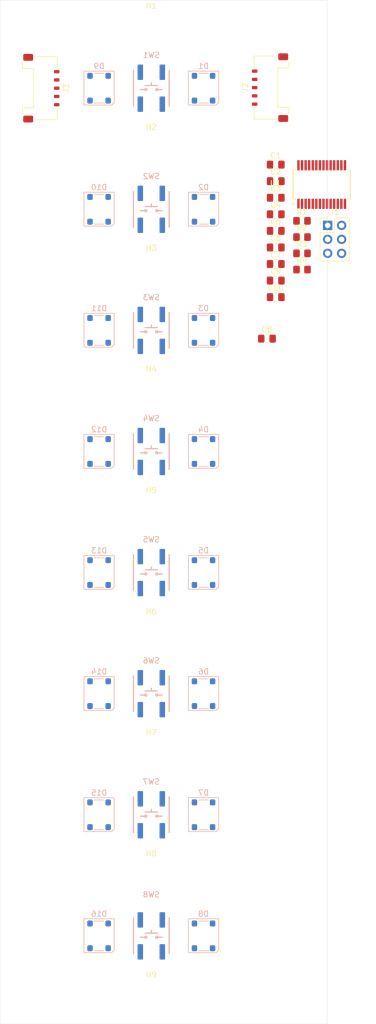
<source format=kicad_pcb>
(kicad_pcb (version 20241229) (generator "pcbnew") (generator_version "9.0")
  (layers (0 "F.Cu" signal) (2 "B.Cu" signal) (13 "F.Paste" user) (15 "B.Paste" user) (5 "F.SilkS" user "F.Silkscreen") (7 "B.SilkS" user "B.Silkscreen") (1 "F.Mask" user) (3 "B.Mask" user) (25 "Edge.Cuts" user))
  (net 0 "")
  (net 1 "GND")
  (net 2 "+5V")
  (net 3 "Net-(D14-DIN)")
  (net 4 "VDD")
  (net 6 "Net-(D1-DIN)")
  (net 7 "Net-(D2-DIN)")
  (net 8 "Net-(D3-DIN)")
  (net 9 "Net-(D4-DIN)")
  (net 10 "Net-(D5-DIN)")
  (net 11 "Net-(D6-DIN)")
  (net 12 "Net-(D10-DOUT)")
  (net 13 "Net-(D10-DIN)")
  (net 14 "Net-(D11-DIN)")
  (net 15 "Net-(D12-DIN)")
  (net 16 "Net-(D13-DIN)")
  (net 17 "Net-(J1-Pin_5)")
  (net 18 "Net-(J1-Pin_4)")
  (net 19 "Net-(J1-Pin_1)")
  (net 21 "Net-(J2-Pin_4)")
  (net 22 "Net-(J2-Pin_3)")
  (net 23 "Net-(U1-CCP1{slash}RC2)")
  (net 24 "Net-(U1-RB0)")
  (net 25 "Net-(U1-RB1)")
  (net 26 "Net-(U1-RA5)")
  (net 27 "Net-(U1-RA0)")
  (net 30 "Net-(U1-RA6)")
  (net 33 "Net-(U1-RA2{slash}Vref-)")
  (net 34 "Net-(U1-RA1)")
  (net 37 "Net-(U1-RA3{slash}Vref+)")
  (net 39 "Net-(U1-RA4)")
  (net 42 "Net-(D16-DIN)")
  (net 43 "Net-(D7-DIN)")
  (net 45 "Net-(D15-DIN)")
  (net 46 "Net-(U1-RA7)")
  (footprint "Connector_PinHeader_2.54mm:PinHeader_2x03_P2.54mm_Vertical" (layer "F.Cu") (at 132.085 54.92)
    (property "Reference" "J1" (at 1.27 -2.38 0) (layer "F.SilkS"))
    (property "Value" "Conn_01x05_Socket")
    (pad "1" thru_hole rect (at 0 0) (size 1.7 1.7) (drill 1) (layers "*.Cu" "*.Mask") (net 19 "Net-(J1-Pin_1)"))
    (pad "2" thru_hole circle (at 2.54 0) (size 1.7 1.7) (drill 1) (layers "*.Cu" "*.Mask") (net 4 "VDD"))
    (pad "3" thru_hole circle (at 0 2.54) (size 1.7 1.7) (drill 1) (layers "*.Cu" "*.Mask") (net 1 "GND"))
    (pad "4" thru_hole circle (at 2.54 2.54) (size 1.7 1.7) (drill 1) (layers "*.Cu" "*.Mask") (net 18 "Net-(J1-Pin_4)"))
    (pad "5" thru_hole circle (at 0 5.08) (size 1.7 1.7) (drill 1) (layers "*.Cu" "*.Mask") (net 17 "Net-(J1-Pin_5)"))
    (pad "6" thru_hole circle (at 2.54 5.08) (size 1.7 1.7) (drill 1) (layers "*.Cu" "*.Mask"))
  )
  (footprint "Capacitor_SMD:C_0805_2012Metric_Pad1.18x1.45mm_HandSolder" (layer "F.Cu") (at 121.0375 75.5)
    (property "Reference" "C8" (at 0 -1.68 0) (layer "F.SilkS"))
    (property "Value" "100nF")
    (pad "1" smd roundrect (at -1.0375 0) (size 1.175 1.45) (layers "F.Cu" "F.Mask" "F.Paste") (roundrect_rratio 0.212766) (net 2 "+5V"))
    (pad "2" smd roundrect (at 1.0375 0) (size 1.175 1.45) (layers "F.Cu" "F.Mask" "F.Paste") (roundrect_rratio 0.212766) (net 1 "GND"))
  )
  (footprint "Connector_Molex:Molex_Pico-Lock_504050-0591_1x05-1MP_P1.50mm_Horizontal" (layer "F.Cu") (at 121.605 29.895 90)
    (property "Reference" "J2" (at 0 -4.5 90) (layer "F.SilkS"))
    (property "Value" "Conn_01x05_Socket")
    (pad "1" smd roundrect (at -3 -2.795 90) (size 0.6 1) (layers "F.Cu" "F.Mask" "F.Paste") (net 2 "+5V"))
    (pad "2" smd roundrect (at -1.5 -2.795 90) (size 0.6 1) (layers "F.Cu" "F.Mask" "F.Paste") (net 4 "VDD"))
    (pad "3" smd roundrect (at 0 -2.795 90) (size 0.6 1) (layers "F.Cu" "F.Mask" "F.Paste") (net 22 "Net-(J2-Pin_3)"))
    (pad "4" smd roundrect (at 1.5 -2.795 90) (size 0.6 1) (layers "F.Cu" "F.Mask" "F.Paste") (net 21 "Net-(J2-Pin_4)"))
    (pad "5" smd roundrect (at 3 -2.795 90) (size 0.6 1) (layers "F.Cu" "F.Mask" "F.Paste") (net 1 "GND"))
    (pad "MP" smd roundrect (at -5.605 2.395 90) (size 1.25 1.8) (layers "F.Cu" "F.Mask" "F.Paste") (roundrect_rratio 0.2))
    (pad "MP" smd roundrect (at 5.605 2.395 90) (size 1.25 1.8) (layers "F.Cu" "F.Mask" "F.Paste") (roundrect_rratio 0.2))
  )
  (footprint "MountingHole:MountingHole_3mm" (layer "F.Cu") (at 100 173)
    (property "Reference" "H8" (at 0 -3.95 0) (layer "F.SilkS"))
    (property "Value" "MountingHole")
    (pad "" np_thru_hole circle (at 0 0) (size 3 3) (drill 3) (layers "*.Cu" "*.Mask"))
  )
  (footprint "Resistor_SMD:R_0805_2012Metric_Pad1.20x1.40mm_HandSolder" (layer "F.Cu") (at 127.415 60)
    (property "Reference" "R3" (at 0 -1.65 0) (layer "F.SilkS"))
    (property "Value" "0R")
    (pad "1" smd roundrect (at -1 0) (size 1.2 1.4) (layers "F.Cu" "F.Mask" "F.Paste") (roundrect_rratio 0.208333) (net 1 "GND"))
    (pad "2" smd roundrect (at 1 0) (size 1.2 1.4) (layers "F.Cu" "F.Mask" "F.Paste") (roundrect_rratio 0.208333) (net 24 "Net-(U1-RB0)"))
  )
  (footprint "Capacitor_SMD:C_0805_2012Metric_Pad1.18x1.45mm_HandSolder" (layer "F.Cu") (at 122.635 46.89)
    (property "Reference" "C2" (at 0 -1.68 0) (layer "F.SilkS"))
    (property "Value" "100nF")
    (pad "1" smd roundrect (at -1.0375 0) (size 1.175 1.45) (layers "F.Cu" "F.Mask" "F.Paste") (roundrect_rratio 0.212766) (net 2 "+5V"))
    (pad "2" smd roundrect (at 1.0375 0) (size 1.175 1.45) (layers "F.Cu" "F.Mask" "F.Paste") (roundrect_rratio 0.212766) (net 1 "GND"))
  )
  (footprint "Resistor_SMD:R_0805_2012Metric_Pad1.20x1.40mm_HandSolder" (layer "F.Cu") (at 127.415 62.95)
    (property "Reference" "R4" (at 0 -1.65 0) (layer "F.SilkS"))
    (property "Value" "0R")
    (pad "1" smd roundrect (at -1 0) (size 1.2 1.4) (layers "F.Cu" "F.Mask" "F.Paste") (roundrect_rratio 0.208333) (net 25 "Net-(U1-RB1)"))
    (pad "2" smd roundrect (at 1 0) (size 1.2 1.4) (layers "F.Cu" "F.Mask" "F.Paste") (roundrect_rratio 0.208333) (net 1 "GND"))
  )
  (footprint "Capacitor_SMD:C_0805_2012Metric_Pad1.18x1.45mm_HandSolder" (layer "F.Cu") (at 122.635 61.94)
    (property "Reference" "C7" (at 0 -1.68 0) (layer "F.SilkS"))
    (property "Value" "100nF")
    (pad "1" smd roundrect (at -1.0375 0) (size 1.175 1.45) (layers "F.Cu" "F.Mask" "F.Paste") (roundrect_rratio 0.212766) (net 2 "+5V"))
    (pad "2" smd roundrect (at 1.0375 0) (size 1.175 1.45) (layers "F.Cu" "F.Mask" "F.Paste") (roundrect_rratio 0.212766) (net 1 "GND"))
  )
  (footprint "Capacitor_SMD:C_0805_2012Metric_Pad1.18x1.45mm_HandSolder" (layer "F.Cu") (at 122.635 52.91)
    (property "Reference" "C4" (at 0 -1.68 0) (layer "F.SilkS"))
    (property "Value" "100nF")
    (pad "1" smd roundrect (at -1.0375 0) (size 1.175 1.45) (layers "F.Cu" "F.Mask" "F.Paste") (roundrect_rratio 0.212766) (net 2 "+5V"))
    (pad "2" smd roundrect (at 1.0375 0) (size 1.175 1.45) (layers "F.Cu" "F.Mask" "F.Paste") (roundrect_rratio 0.212766) (net 1 "GND"))
  )
  (footprint "Capacitor_SMD:C_0805_2012Metric_Pad1.18x1.45mm_HandSolder" (layer "F.Cu") (at 122.635 49.9)
    (property "Reference" "C3" (at 0 -1.68 0) (layer "F.SilkS"))
    (property "Value" "100nF")
    (pad "1" smd roundrect (at -1.0375 0) (size 1.175 1.45) (layers "F.Cu" "F.Mask" "F.Paste") (roundrect_rratio 0.212766) (net 2 "+5V"))
    (pad "2" smd roundrect (at 1.0375 0) (size 1.175 1.45) (layers "F.Cu" "F.Mask" "F.Paste") (roundrect_rratio 0.212766) (net 1 "GND"))
  )
  (footprint "MountingHole:MountingHole_3mm" (layer "F.Cu") (at 100 129)
    (property "Reference" "H6" (at 0 -3.95 0) (layer "F.SilkS"))
    (property "Value" "MountingHole")
    (pad "" np_thru_hole circle (at 0 0) (size 3 3) (drill 3) (layers "*.Cu" "*.Mask"))
  )
  (footprint "Resistor_SMD:R_0805_2012Metric_Pad1.20x1.40mm_HandSolder" (layer "F.Cu") (at 127.415 57.05)
    (property "Reference" "R2" (at 0 -1.65 0) (layer "F.SilkS"))
    (property "Value" "10k")
    (pad "1" smd roundrect (at -1 0) (size 1.2 1.4) (layers "F.Cu" "F.Mask" "F.Paste") (roundrect_rratio 0.208333) (net 4 "VDD"))
    (pad "2" smd roundrect (at 1 0) (size 1.2 1.4) (layers "F.Cu" "F.Mask" "F.Paste") (roundrect_rratio 0.208333) (net 19 "Net-(J1-Pin_1)"))
  )
  (footprint "MountingHole:MountingHole_3mm" (layer "F.Cu") (at 100 107)
    (property "Reference" "H5" (at 0 -3.95 0) (layer "F.SilkS"))
    (property "Value" "MountingHole")
    (pad "" np_thru_hole circle (at 0 0) (size 3 3) (drill 3) (layers "*.Cu" "*.Mask"))
  )
  (footprint "Capacitor_SMD:C_0805_2012Metric_Pad1.18x1.45mm_HandSolder" (layer "F.Cu") (at 122.635 58.93)
    (property "Reference" "C6" (at 0 -1.68 0) (layer "F.SilkS"))
    (property "Value" "100nF")
    (pad "1" smd roundrect (at -1.0375 0) (size 1.175 1.45) (layers "F.Cu" "F.Mask" "F.Paste") (roundrect_rratio 0.212766) (net 2 "+5V"))
    (pad "2" smd roundrect (at 1.0375 0) (size 1.175 1.45) (layers "F.Cu" "F.Mask" "F.Paste") (roundrect_rratio 0.212766) (net 1 "GND"))
  )
  (footprint "MountingHole:MountingHole_3mm" (layer "F.Cu") (at 100 41)
    (property "Reference" "H2" (at 0 -3.95 0) (layer "F.SilkS"))
    (property "Value" "MountingHole")
    (pad "" np_thru_hole circle (at 0 0) (size 3 3) (drill 3) (layers "*.Cu" "*.Mask"))
  )
  (footprint "MountingHole:MountingHole_3mm" (layer "F.Cu") (at 100 85)
    (property "Reference" "H4" (at 0 -3.95 0) (layer "F.SilkS"))
    (property "Value" "MountingHole")
    (pad "" np_thru_hole circle (at 0 0) (size 3 3) (drill 3) (layers "*.Cu" "*.Mask"))
  )
  (footprint "Connector_Molex:Molex_Pico-Lock_504050-0591_1x05-1MP_P1.50mm_Horizontal" (layer "F.Cu") (at 80 30 -90)
    (property "Reference" "J3" (at 0 -4.5 90) (layer "F.SilkS"))
    (property "Value" "Conn_01x05_Socket")
    (pad "1" smd roundrect (at -3 -2.795 270) (size 0.6 1) (layers "F.Cu" "F.Mask" "F.Paste") (net 2 "+5V"))
    (pad "2" smd roundrect (at -1.5 -2.795 270) (size 0.6 1) (layers "F.Cu" "F.Mask" "F.Paste") (net 4 "VDD"))
    (pad "3" smd roundrect (at 0 -2.795 270) (size 0.6 1) (layers "F.Cu" "F.Mask" "F.Paste") (net 22 "Net-(J2-Pin_3)"))
    (pad "4" smd roundrect (at 1.5 -2.795 270) (size 0.6 1) (layers "F.Cu" "F.Mask" "F.Paste") (net 21 "Net-(J2-Pin_4)"))
    (pad "5" smd roundrect (at 3 -2.795 270) (size 0.6 1) (layers "F.Cu" "F.Mask" "F.Paste") (net 1 "GND"))
    (pad "MP" smd roundrect (at -5.605 2.395 270) (size 1.25 1.8) (layers "F.Cu" "F.Mask" "F.Paste") (roundrect_rratio 0.2))
    (pad "MP" smd roundrect (at 5.605 2.395 270) (size 1.25 1.8) (layers "F.Cu" "F.Mask" "F.Paste") (roundrect_rratio 0.2))
  )
  (footprint "Capacitor_SMD:C_0805_2012Metric_Pad1.18x1.45mm_HandSolder" (layer "F.Cu") (at 122.635 64.95)
    (property "Reference" "C9" (at 0 -1.68 0) (layer "F.SilkS"))
    (property "Value" "100nF")
    (pad "1" smd roundrect (at -1.0375 0) (size 1.175 1.45) (layers "F.Cu" "F.Mask" "F.Paste") (roundrect_rratio 0.212766) (net 1 "GND"))
    (pad "2" smd roundrect (at 1.0375 0) (size 1.175 1.45) (layers "F.Cu" "F.Mask" "F.Paste") (roundrect_rratio 0.212766) (net 42 "Net-(D16-DIN)"))
  )
  (footprint "panel-library:SSOP-5.3mm" (layer "F.Cu") (at 131 47.5)
    (property "Reference" "U1" (at -8.4 -0.2 0) (layer "F.SilkS") (effects (font (thickness 0.16))))
    (property "Value" "PIC18F26Q84-I/SS")
    (pad "1" smd roundrect (at -4.225 3.5) (size 0.45 1.85) (layers "F.Cu" "F.Mask" "F.Paste") (roundrect_rratio 0.15) (net 19 "Net-(J1-Pin_1)"))
    (pad "2" smd roundrect (at -3.575 3.5) (size 0.45 1.85) (layers "F.Cu" "F.Mask" "F.Paste") (roundrect_rratio 0.15) (net 27 "Net-(U1-RA0)"))
    (pad "3" smd roundrect (at -2.925 3.5) (size 0.45 1.85) (layers "F.Cu" "F.Mask" "F.Paste") (roundrect_rratio 0.15) (net 34 "Net-(U1-RA1)"))
    (pad "4" smd roundrect (at -2.275 3.5) (size 0.45 1.85) (layers "F.Cu" "F.Mask" "F.Paste") (roundrect_rratio 0.15) (net 33 "Net-(U1-RA2{slash}Vref-)"))
    (pad "5" smd roundrect (at -1.625 3.5) (size 0.45 1.85) (layers "F.Cu" "F.Mask" "F.Paste") (roundrect_rratio 0.15) (net 37 "Net-(U1-RA3{slash}Vref+)"))
    (pad "6" smd roundrect (at -0.975 3.5) (size 0.45 1.85) (layers "F.Cu" "F.Mask" "F.Paste") (roundrect_rratio 0.15) (net 39 "Net-(U1-RA4)"))
    (pad "7" smd roundrect (at -0.325 3.5) (size 0.45 1.85) (layers "F.Cu" "F.Mask" "F.Paste") (roundrect_rratio 0.15) (net 26 "Net-(U1-RA5)"))
    (pad "8" smd roundrect (at 0.325 3.5) (size 0.45 1.85) (layers "F.Cu" "F.Mask" "F.Paste") (roundrect_rratio 0.15) (net 1 "GND"))
    (pad "9" smd roundrect (at 0.975 3.5) (size 0.45 1.85) (layers "F.Cu" "F.Mask" "F.Paste") (roundrect_rratio 0.15) (net 46 "Net-(U1-RA7)"))
    (pad "10" smd roundrect (at 1.625 3.5) (size 0.45 1.85) (layers "F.Cu" "F.Mask" "F.Paste") (roundrect_rratio 0.15) (net 30 "Net-(U1-RA6)"))
    (pad "11" smd roundrect (at 2.275 3.5) (size 0.45 1.85) (layers "F.Cu" "F.Mask" "F.Paste") (roundrect_rratio 0.15))
    (pad "12" smd roundrect (at 2.925 3.5) (size 0.45 1.85) (layers "F.Cu" "F.Mask" "F.Paste") (roundrect_rratio 0.15))
    (pad "13" smd roundrect (at 3.575 3.5) (size 0.45 1.85) (layers "F.Cu" "F.Mask" "F.Paste") (roundrect_rratio 0.15) (net 23 "Net-(U1-CCP1{slash}RC2)"))
    (pad "14" smd roundrect (at 4.225 3.5) (size 0.45 1.85) (layers "F.Cu" "F.Mask" "F.Paste") (roundrect_rratio 0.15) (net 22 "Net-(J2-Pin_3)"))
    (pad "15" smd roundrect (at 4.225 -3.5) (size 0.45 1.85) (layers "F.Cu" "F.Mask" "F.Paste") (roundrect_rratio 0.15) (net 21 "Net-(J2-Pin_4)"))
    (pad "16" smd roundrect (at 3.575 -3.5) (size 0.45 1.85) (layers "F.Cu" "F.Mask" "F.Paste") (roundrect_rratio 0.15))
    (pad "17" smd roundrect (at 2.925 -3.5) (size 0.45 1.85) (layers "F.Cu" "F.Mask" "F.Paste") (roundrect_rratio 0.15))
    (pad "18" smd roundrect (at 2.275 -3.5) (size 0.45 1.85) (layers "F.Cu" "F.Mask" "F.Paste") (roundrect_rratio 0.15))
    (pad "19" smd roundrect (at 1.625 -3.5) (size 0.45 1.85) (layers "F.Cu" "F.Mask" "F.Paste") (roundrect_rratio 0.15) (net 1 "GND"))
    (pad "20" smd roundrect (at 0.975 -3.5) (size 0.45 1.85) (layers "F.Cu" "F.Mask" "F.Paste") (roundrect_rratio 0.15) (net 4 "VDD"))
    (pad "21" smd roundrect (at 0.325 -3.5) (size 0.45 1.85) (layers "F.Cu" "F.Mask" "F.Paste") (roundrect_rratio 0.15) (net 24 "Net-(U1-RB0)"))
    (pad "22" smd roundrect (at -0.325 -3.5) (size 0.45 1.85) (layers "F.Cu" "F.Mask" "F.Paste") (roundrect_rratio 0.15) (net 25 "Net-(U1-RB1)"))
    (pad "23" smd roundrect (at -0.975 -3.5) (size 0.45 1.85) (layers "F.Cu" "F.Mask" "F.Paste") (roundrect_rratio 0.15))
    (pad "24" smd roundrect (at -1.625 -3.5) (size 0.45 1.85) (layers "F.Cu" "F.Mask" "F.Paste") (roundrect_rratio 0.15))
    (pad "25" smd roundrect (at -2.275 -3.5) (size 0.45 1.85) (layers "F.Cu" "F.Mask" "F.Paste") (roundrect_rratio 0.15))
    (pad "26" smd roundrect (at -2.925 -3.5) (size 0.45 1.85) (layers "F.Cu" "F.Mask" "F.Paste") (roundrect_rratio 0.15))
    (pad "27" smd roundrect (at -3.575 -3.5) (size 0.45 1.85) (layers "F.Cu" "F.Mask" "F.Paste") (roundrect_rratio 0.15) (net 17 "Net-(J1-Pin_5)"))
    (pad "28" smd roundrect (at -4.225 -3.5) (size 0.45 1.85) (layers "F.Cu" "F.Mask" "F.Paste") (roundrect_rratio 0.15) (net 18 "Net-(J1-Pin_4)"))
  )
  (footprint "MountingHole:MountingHole_3mm" (layer "F.Cu") (at 100 19)
    (property "Reference" "H1" (at 0 -3.95 0) (layer "F.SilkS"))
    (property "Value" "MountingHole")
    (pad "" np_thru_hole circle (at 0 0) (size 3 3) (drill 3) (layers "*.Cu" "*.Mask"))
  )
  (footprint "Capacitor_SMD:C_0805_2012Metric_Pad1.18x1.45mm_HandSolder" (layer "F.Cu") (at 122.635 67.96)
    (property "Reference" "C10" (at 0 -1.68 0) (layer "F.SilkS"))
    (property "Value" "100nF")
    (pad "1" smd roundrect (at -1.0375 0) (size 1.175 1.45) (layers "F.Cu" "F.Mask" "F.Paste") (roundrect_rratio 0.212766) (net 4 "VDD"))
    (pad "2" smd roundrect (at 1.0375 0) (size 1.175 1.45) (layers "F.Cu" "F.Mask" "F.Paste") (roundrect_rratio 0.212766) (net 1 "GND"))
  )
  (footprint "Capacitor_SMD:C_0805_2012Metric_Pad1.18x1.45mm_HandSolder" (layer "F.Cu") (at 122.635 55.92)
    (property "Reference" "C5" (at 0 -1.68 0) (layer "F.SilkS"))
    (property "Value" "100nF")
    (pad "1" smd roundrect (at -1.0375 0) (size 1.175 1.45) (layers "F.Cu" "F.Mask" "F.Paste") (roundrect_rratio 0.212766) (net 2 "+5V"))
    (pad "2" smd roundrect (at 1.0375 0) (size 1.175 1.45) (layers "F.Cu" "F.Mask" "F.Paste") (roundrect_rratio 0.212766) (net 1 "GND"))
  )
  (footprint "MountingHole:MountingHole_3mm" (layer "F.Cu") (at 100 151)
    (property "Reference" "H7" (at 0 -3.95 0) (layer "F.SilkS"))
    (property "Value" "MountingHole")
    (pad "" np_thru_hole circle (at 0 0) (size 3 3) (drill 3) (layers "*.Cu" "*.Mask"))
  )
  (footprint "Resistor_SMD:R_0805_2012Metric_Pad1.20x1.40mm_HandSolder" (layer "F.Cu") (at 127.415 54.1)
    (property "Reference" "R1" (at 0 -1.65 0) (layer "F.SilkS"))
    (property "Value" "33r")
    (pad "1" smd roundrect (at -1 0) (size 1.2 1.4) (layers "F.Cu" "F.Mask" "F.Paste") (roundrect_rratio 0.208333) (net 42 "Net-(D16-DIN)"))
    (pad "2" smd roundrect (at 1 0) (size 1.2 1.4) (layers "F.Cu" "F.Mask" "F.Paste") (roundrect_rratio 0.208333) (net 23 "Net-(U1-CCP1{slash}RC2)"))
  )
  (footprint "MountingHole:MountingHole_3mm" (layer "F.Cu") (at 100 63)
    (property "Reference" "H3" (at 0 -3.95 0) (layer "F.SilkS"))
    (property "Value" "MountingHole")
    (pad "" np_thru_hole circle (at 0 0) (size 3 3) (drill 3) (layers "*.Cu" "*.Mask"))
  )
  (footprint "Capacitor_SMD:C_0805_2012Metric_Pad1.18x1.45mm_HandSolder" (layer "F.Cu") (at 122.635 43.88)
    (property "Reference" "C1" (at 0 -1.68 0) (layer "F.SilkS"))
    (property "Value" "100nF")
    (pad "1" smd roundrect (at -1.0375 0) (size 1.175 1.45) (layers "F.Cu" "F.Mask" "F.Paste") (roundrect_rratio 0.212766) (net 2 "+5V"))
    (pad "2" smd roundrect (at 1.0375 0) (size 1.175 1.45) (layers "F.Cu" "F.Mask" "F.Paste") (roundrect_rratio 0.212766) (net 1 "GND"))
  )
  (footprint "MountingHole:MountingHole_3mm" (layer "F.Cu") (at 100 195)
    (property "Reference" "H9" (at 0 -3.95 0) (layer "F.SilkS"))
    (property "Value" "MountingHole")
    (pad "" np_thru_hole circle (at 0 0) (size 3 3) (drill 3) (layers "*.Cu" "*.Mask"))
  )
  (footprint "panel-library:ButtonSMT_CnK_KSC2_J" (layer "B.Cu") (at 100 30 90)
    (property "Reference" "SW1" (at 6 0 0) (layer "B.SilkS") (effects (font (thickness 0.16)) (justify mirror)))
    (property "Value" "SW_Push" (hide yes))
    (pad "1" smd roundrect (at -2.9 2 90) (size 2.8 1) (layers "B.Cu" "B.Mask" "B.Paste") (roundrect_rratio 0.15) (net 1 "GND"))
    (pad "2" smd roundrect (at -2.9 -2 90) (size 2.8 1) (layers "B.Cu" "B.Mask" "B.Paste") (roundrect_rratio 0.15) (net 46 "Net-(U1-RA7)"))
    (pad "3" smd roundrect (at 2.9 2 90) (size 2.8 1) (layers "B.Cu" "B.Mask" "B.Paste") (roundrect_rratio 0.15) (net 1 "GND"))
    (pad "4" smd roundrect (at 2.9 -2 90) (size 2.8 1) (layers "B.Cu" "B.Mask" "B.Paste") (roundrect_rratio 0.15) (net 46 "Net-(U1-RA7)"))
  )
  (footprint "LED_SMD:LED_LiteOn_LTST-E563C_PLCC4_5.0x5.0mm_P3.2mm" (layer "B.Cu") (at 109.5 118 90)
    (property "Reference" "D5" (at 4 0 0) (layer "B.SilkS") (effects (justify mirror)))
    (property "Value" "LiteOn_LTST-E563C")
    (pad "1" smd roundrect (at -2.25 1.65 90) (size 1.1 1) (layers "B.Cu" "B.Mask" "B.Paste") (net 1 "GND"))
    (pad "2" smd roundrect (at -2.25 -1.65 90) (size 1.1 1) (layers "B.Cu" "B.Mask" "B.Paste") (net 10 "Net-(D5-DIN)"))
    (pad "3" smd roundrect (at 2.25 1.65 90) (size 1.1 1) (layers "B.Cu" "B.Mask" "B.Paste") (net 9 "Net-(D4-DIN)"))
    (pad "4" smd roundrect (at 2.25 -1.65 90) (size 1.1 1) (layers "B.Cu" "B.Mask" "B.Paste") (net 2 "+5V"))
  )
  (footprint "LED_SMD:LED_LiteOn_LTST-E563C_PLCC4_5.0x5.0mm_P3.2mm" (layer "B.Cu") (at 109.5 184 90)
    (property "Reference" "D8" (at 4 0 0) (layer "B.SilkS") (effects (justify mirror)))
    (property "Value" "LiteOn_LTST-E563C")
    (pad "1" smd roundrect (at -2.25 1.65 90) (size 1.1 1) (layers "B.Cu" "B.Mask" "B.Paste") (net 1 "GND"))
    (pad "2" smd roundrect (at -2.25 -1.65 90) (size 1.1 1) (layers "B.Cu" "B.Mask" "B.Paste") (net 42 "Net-(D16-DIN)"))
    (pad "3" smd roundrect (at 2.25 1.65 90) (size 1.1 1) (layers "B.Cu" "B.Mask" "B.Paste") (net 43 "Net-(D7-DIN)"))
    (pad "4" smd roundrect (at 2.25 -1.65 90) (size 1.1 1) (layers "B.Cu" "B.Mask" "B.Paste") (net 2 "+5V"))
  )
  (footprint "LED_SMD:LED_LiteOn_LTST-E563C_PLCC4_5.0x5.0mm_P3.2mm" (layer "B.Cu") (at 90.5 162 90)
    (property "Reference" "D15" (at 4 0 0) (layer "B.SilkS") (effects (justify mirror)))
    (property "Value" "LiteOn_LTST-E563C")
    (pad "1" smd roundrect (at -2.25 1.65 90) (size 1.1 1) (layers "B.Cu" "B.Mask" "B.Paste") (net 1 "GND"))
    (pad "2" smd roundrect (at -2.25 -1.65 90) (size 1.1 1) (layers "B.Cu" "B.Mask" "B.Paste") (net 45 "Net-(D15-DIN)"))
    (pad "3" smd roundrect (at 2.25 1.65 90) (size 1.1 1) (layers "B.Cu" "B.Mask" "B.Paste") (net 3 "Net-(D14-DIN)"))
    (pad "4" smd roundrect (at 2.25 -1.65 90) (size 1.1 1) (layers "B.Cu" "B.Mask" "B.Paste") (net 2 "+5V"))
  )
  (footprint "LED_SMD:LED_LiteOn_LTST-E563C_PLCC4_5.0x5.0mm_P3.2mm" (layer "B.Cu") (at 109.5 74 90)
    (property "Reference" "D3" (at 4 0 0) (layer "B.SilkS") (effects (justify mirror)))
    (property "Value" "LiteOn_LTST-E563C")
    (pad "1" smd roundrect (at -2.25 1.65 90) (size 1.1 1) (layers "B.Cu" "B.Mask" "B.Paste") (net 1 "GND"))
    (pad "2" smd roundrect (at -2.25 -1.65 90) (size 1.1 1) (layers "B.Cu" "B.Mask" "B.Paste") (net 8 "Net-(D3-DIN)"))
    (pad "3" smd roundrect (at 2.25 1.65 90) (size 1.1 1) (layers "B.Cu" "B.Mask" "B.Paste") (net 7 "Net-(D2-DIN)"))
    (pad "4" smd roundrect (at 2.25 -1.65 90) (size 1.1 1) (layers "B.Cu" "B.Mask" "B.Paste") (net 2 "+5V"))
  )
  (footprint "LED_SMD:LED_LiteOn_LTST-E563C_PLCC4_5.0x5.0mm_P3.2mm" (layer "B.Cu") (at 90.5 118 90)
    (property "Reference" "D13" (at 4 0 0) (layer "B.SilkS") (effects (justify mirror)))
    (property "Value" "LiteOn_LTST-E563C")
    (pad "1" smd roundrect (at -2.25 1.65 90) (size 1.1 1) (layers "B.Cu" "B.Mask" "B.Paste") (net 1 "GND"))
    (pad "2" smd roundrect (at -2.25 -1.65 90) (size 1.1 1) (layers "B.Cu" "B.Mask" "B.Paste") (net 16 "Net-(D13-DIN)"))
    (pad "3" smd roundrect (at 2.25 1.65 90) (size 1.1 1) (layers "B.Cu" "B.Mask" "B.Paste") (net 15 "Net-(D12-DIN)"))
    (pad "4" smd roundrect (at 2.25 -1.65 90) (size 1.1 1) (layers "B.Cu" "B.Mask" "B.Paste") (net 2 "+5V"))
  )
  (footprint "panel-library:ButtonSMT_CnK_KSC2_J" (layer "B.Cu") (at 100 140 90)
    (property "Reference" "SW6" (at 6 0 0) (layer "B.SilkS") (effects (font (thickness 0.16)) (justify mirror)))
    (property "Value" "SW_Push" (hide yes))
    (pad "1" smd roundrect (at -2.9 2 90) (size 2.8 1) (layers "B.Cu" "B.Mask" "B.Paste") (roundrect_rratio 0.15) (net 1 "GND"))
    (pad "2" smd roundrect (at -2.9 -2 90) (size 2.8 1) (layers "B.Cu" "B.Mask" "B.Paste") (roundrect_rratio 0.15) (net 33 "Net-(U1-RA2{slash}Vref-)"))
    (pad "3" smd roundrect (at 2.9 2 90) (size 2.8 1) (layers "B.Cu" "B.Mask" "B.Paste") (roundrect_rratio 0.15) (net 1 "GND"))
    (pad "4" smd roundrect (at 2.9 -2 90) (size 2.8 1) (layers "B.Cu" "B.Mask" "B.Paste") (roundrect_rratio 0.15) (net 33 "Net-(U1-RA2{slash}Vref-)"))
  )
  (footprint "LED_SMD:LED_LiteOn_LTST-E563C_PLCC4_5.0x5.0mm_P3.2mm" (layer "B.Cu") (at 90.5 74 90)
    (property "Reference" "D11" (at 4 0 0) (layer "B.SilkS") (effects (justify mirror)))
    (property "Value" "LiteOn_LTST-E563C")
    (pad "1" smd roundrect (at -2.25 1.65 90) (size 1.1 1) (layers "B.Cu" "B.Mask" "B.Paste") (net 1 "GND"))
    (pad "2" smd roundrect (at -2.25 -1.65 90) (size 1.1 1) (layers "B.Cu" "B.Mask" "B.Paste") (net 14 "Net-(D11-DIN)"))
    (pad "3" smd roundrect (at 2.25 1.65 90) (size 1.1 1) (layers "B.Cu" "B.Mask" "B.Paste") (net 13 "Net-(D10-DIN)"))
    (pad "4" smd roundrect (at 2.25 -1.65 90) (size 1.1 1) (layers "B.Cu" "B.Mask" "B.Paste") (net 2 "+5V"))
  )
  (footprint "panel-library:ButtonSMT_CnK_KSC2_J" (layer "B.Cu") (at 100 52 90)
    (property "Reference" "SW2" (at 6 0 0) (layer "B.SilkS") (effects (font (thickness 0.16)) (justify mirror)))
    (property "Value" "SW_Push" (hide yes))
    (pad "1" smd roundrect (at -2.9 2 90) (size 2.8 1) (layers "B.Cu" "B.Mask" "B.Paste") (roundrect_rratio 0.15) (net 1 "GND"))
    (pad "2" smd roundrect (at -2.9 -2 90) (size 2.8 1) (layers "B.Cu" "B.Mask" "B.Paste") (roundrect_rratio 0.15) (net 30 "Net-(U1-RA6)"))
    (pad "3" smd roundrect (at 2.9 2 90) (size 2.8 1) (layers "B.Cu" "B.Mask" "B.Paste") (roundrect_rratio 0.15) (net 1 "GND"))
    (pad "4" smd roundrect (at 2.9 -2 90) (size 2.8 1) (layers "B.Cu" "B.Mask" "B.Paste") (roundrect_rratio 0.15) (net 30 "Net-(U1-RA6)"))
  )
  (footprint "panel-library:ButtonSMT_CnK_KSC2_J" (layer "B.Cu") (at 100 74 90)
    (property "Reference" "SW3" (at 6 0 0) (layer "B.SilkS") (effects (font (thickness 0.16)) (justify mirror)))
    (property "Value" "SW_Push" (hide yes))
    (pad "1" smd roundrect (at -2.9 2 90) (size 2.8 1) (layers "B.Cu" "B.Mask" "B.Paste") (roundrect_rratio 0.15) (net 1 "GND"))
    (pad "2" smd roundrect (at -2.9 -2 90) (size 2.8 1) (layers "B.Cu" "B.Mask" "B.Paste") (roundrect_rratio 0.15) (net 26 "Net-(U1-RA5)"))
    (pad "3" smd roundrect (at 2.9 2 90) (size 2.8 1) (layers "B.Cu" "B.Mask" "B.Paste") (roundrect_rratio 0.15) (net 1 "GND"))
    (pad "4" smd roundrect (at 2.9 -2 90) (size 2.8 1) (layers "B.Cu" "B.Mask" "B.Paste") (roundrect_rratio 0.15) (net 26 "Net-(U1-RA5)"))
  )
  (footprint "LED_SMD:LED_LiteOn_LTST-E563C_PLCC4_5.0x5.0mm_P3.2mm" (layer "B.Cu") (at 109.5 162 90)
    (property "Reference" "D7" (at 4 0 0) (layer "B.SilkS") (effects (justify mirror)))
    (property "Value" "LiteOn_LTST-E563C")
    (pad "1" smd roundrect (at -2.25 1.65 90) (size 1.1 1) (layers "B.Cu" "B.Mask" "B.Paste") (net 1 "GND"))
    (pad "2" smd roundrect (at -2.25 -1.65 90) (size 1.1 1) (layers "B.Cu" "B.Mask" "B.Paste") (net 43 "Net-(D7-DIN)"))
    (pad "3" smd roundrect (at 2.25 1.65 90) (size 1.1 1) (layers "B.Cu" "B.Mask" "B.Paste") (net 11 "Net-(D6-DIN)"))
    (pad "4" smd roundrect (at 2.25 -1.65 90) (size 1.1 1) (layers "B.Cu" "B.Mask" "B.Paste") (net 2 "+5V"))
  )
  (footprint "LED_SMD:LED_LiteOn_LTST-E563C_PLCC4_5.0x5.0mm_P3.2mm" (layer "B.Cu") (at 90.5 184 90)
    (property "Reference" "D16" (at 4 0 0) (layer "B.SilkS") (effects (justify mirror)))
    (property "Value" "LiteOn_LTST-E563C")
    (pad "1" smd roundrect (at -2.25 1.65 90) (size 1.1 1) (layers "B.Cu" "B.Mask" "B.Paste") (net 1 "GND"))
    (pad "2" smd roundrect (at -2.25 -1.65 90) (size 1.1 1) (layers "B.Cu" "B.Mask" "B.Paste") (net 42 "Net-(D16-DIN)"))
    (pad "3" smd roundrect (at 2.25 1.65 90) (size 1.1 1) (layers "B.Cu" "B.Mask" "B.Paste") (net 45 "Net-(D15-DIN)"))
    (pad "4" smd roundrect (at 2.25 -1.65 90) (size 1.1 1) (layers "B.Cu" "B.Mask" "B.Paste") (net 2 "+5V"))
  )
  (footprint "LED_SMD:LED_LiteOn_LTST-E563C_PLCC4_5.0x5.0mm_P3.2mm" (layer "B.Cu") (at 90.5 140 90)
    (property "Reference" "D14" (at 4 0 0) (layer "B.SilkS") (effects (justify mirror)))
    (property "Value" "LiteOn_LTST-E563C")
    (pad "1" smd roundrect (at -2.25 1.65 90) (size 1.1 1) (layers "B.Cu" "B.Mask" "B.Paste") (net 1 "GND"))
    (pad "2" smd roundrect (at -2.25 -1.65 90) (size 1.1 1) (layers "B.Cu" "B.Mask" "B.Paste") (net 3 "Net-(D14-DIN)"))
    (pad "3" smd roundrect (at 2.25 1.65 90) (size 1.1 1) (layers "B.Cu" "B.Mask" "B.Paste") (net 16 "Net-(D13-DIN)"))
    (pad "4" smd roundrect (at 2.25 -1.65 90) (size 1.1 1) (layers "B.Cu" "B.Mask" "B.Paste") (net 2 "+5V"))
  )
  (footprint "panel-library:ButtonSMT_CnK_KSC2_J" (layer "B.Cu") (at 100 118 90)
    (property "Reference" "SW5" (at 6 0 0) (layer "B.SilkS") (effects (font (thickness 0.16)) (justify mirror)))
    (property "Value" "SW_Push" (hide yes))
    (pad "1" smd roundrect (at -2.9 2 90) (size 2.8 1) (layers "B.Cu" "B.Mask" "B.Paste") (roundrect_rratio 0.15) (net 1 "GND"))
    (pad "2" smd roundrect (at -2.9 -2 90) (size 2.8 1) (layers "B.Cu" "B.Mask" "B.Paste") (roundrect_rratio 0.15) (net 37 "Net-(U1-RA3{slash}Vref+)"))
    (pad "3" smd roundrect (at 2.9 2 90) (size 2.8 1) (layers "B.Cu" "B.Mask" "B.Paste") (roundrect_rratio 0.15) (net 1 "GND"))
    (pad "4" smd roundrect (at 2.9 -2 90) (size 2.8 1) (layers "B.Cu" "B.Mask" "B.Paste") (roundrect_rratio 0.15) (net 37 "Net-(U1-RA3{slash}Vref+)"))
  )
  (footprint "LED_SMD:LED_LiteOn_LTST-E563C_PLCC4_5.0x5.0mm_P3.2mm" (layer "B.Cu") (at 109.5 140 90)
    (property "Reference" "D6" (at 4 0 0) (layer "B.SilkS") (effects (justify mirror)))
    (property "Value" "LiteOn_LTST-E563C")
    (pad "1" smd roundrect (at -2.25 1.65 90) (size 1.1 1) (layers "B.Cu" "B.Mask" "B.Paste") (net 1 "GND"))
    (pad "2" smd roundrect (at -2.25 -1.65 90) (size 1.1 1) (layers "B.Cu" "B.Mask" "B.Paste") (net 11 "Net-(D6-DIN)"))
    (pad "3" smd roundrect (at 2.25 1.65 90) (size 1.1 1) (layers "B.Cu" "B.Mask" "B.Paste") (net 10 "Net-(D5-DIN)"))
    (pad "4" smd roundrect (at 2.25 -1.65 90) (size 1.1 1) (layers "B.Cu" "B.Mask" "B.Paste") (net 2 "+5V"))
  )
  (footprint "LED_SMD:LED_LiteOn_LTST-E563C_PLCC4_5.0x5.0mm_P3.2mm" (layer "B.Cu") (at 90.5 52 90)
    (property "Reference" "D10" (at 4 0 0) (layer "B.SilkS") (effects (justify mirror)))
    (property "Value" "LiteOn_LTST-E563C")
    (pad "1" smd roundrect (at -2.25 1.65 90) (size 1.1 1) (layers "B.Cu" "B.Mask" "B.Paste") (net 1 "GND"))
    (pad "2" smd roundrect (at -2.25 -1.65 90) (size 1.1 1) (layers "B.Cu" "B.Mask" "B.Paste") (net 13 "Net-(D10-DIN)"))
    (pad "3" smd roundrect (at 2.25 1.65 90) (size 1.1 1) (layers "B.Cu" "B.Mask" "B.Paste") (net 12 "Net-(D10-DOUT)"))
    (pad "4" smd roundrect (at 2.25 -1.65 90) (size 1.1 1) (layers "B.Cu" "B.Mask" "B.Paste") (net 2 "+5V"))
  )
  (footprint "panel-library:ButtonSMT_CnK_KSC2_J" (layer "B.Cu") (at 100 184 90)
    (property "Reference" "SW8" (at 7.5 0 0) (layer "B.SilkS") (effects (font (thickness 0.16)) (justify mirror)))
    (property "Value" "SW_Push" (hide yes))
    (pad "1" smd roundrect (at -2.9 2 90) (size 2.8 1) (layers "B.Cu" "B.Mask" "B.Paste") (roundrect_rratio 0.15) (net 1 "GND"))
    (pad "2" smd roundrect (at -2.9 -2 90) (size 2.8 1) (layers "B.Cu" "B.Mask" "B.Paste") (roundrect_rratio 0.15) (net 27 "Net-(U1-RA0)"))
    (pad "3" smd roundrect (at 2.9 2 90) (size 2.8 1) (layers "B.Cu" "B.Mask" "B.Paste") (roundrect_rratio 0.15) (net 1 "GND"))
    (pad "4" smd roundrect (at 2.9 -2 90) (size 2.8 1) (layers "B.Cu" "B.Mask" "B.Paste") (roundrect_rratio 0.15) (net 27 "Net-(U1-RA0)"))
  )
  (footprint "LED_SMD:LED_LiteOn_LTST-E563C_PLCC4_5.0x5.0mm_P3.2mm" (layer "B.Cu") (at 109.5 30 90)
    (property "Reference" "D1" (at 4 0 0) (layer "B.SilkS") (effects (justify mirror)))
    (property "Value" "LiteOn_LTST-E563C")
    (pad "1" smd roundrect (at -2.25 1.65 90) (size 1.1 1) (layers "B.Cu" "B.Mask" "B.Paste") (net 1 "GND"))
    (pad "2" smd roundrect (at -2.25 -1.65 90) (size 1.1 1) (layers "B.Cu" "B.Mask" "B.Paste") (net 6 "Net-(D1-DIN)"))
    (pad "3" smd roundrect (at 2.25 1.65 90) (size 1.1 1) (layers "B.Cu" "B.Mask" "B.Paste"))
    (pad "4" smd roundrect (at 2.25 -1.65 90) (size 1.1 1) (layers "B.Cu" "B.Mask" "B.Paste") (net 2 "+5V"))
  )
  (footprint "LED_SMD:LED_LiteOn_LTST-E563C_PLCC4_5.0x5.0mm_P3.2mm" (layer "B.Cu") (at 90.5 30 90)
    (property "Reference" "D9" (at 4 0 0) (layer "B.SilkS") (effects (justify mirror)))
    (property "Value" "LiteOn_LTST-E563C")
    (pad "1" smd roundrect (at -2.25 1.65 90) (size 1.1 1) (layers "B.Cu" "B.Mask" "B.Paste") (net 1 "GND"))
    (pad "2" smd roundrect (at -2.25 -1.65 90) (size 1.1 1) (layers "B.Cu" "B.Mask" "B.Paste") (net 12 "Net-(D10-DOUT)"))
    (pad "3" smd roundrect (at 2.25 1.65 90) (size 1.1 1) (layers "B.Cu" "B.Mask" "B.Paste"))
    (pad "4" smd roundrect (at 2.25 -1.65 90) (size 1.1 1) (layers "B.Cu" "B.Mask" "B.Paste") (net 2 "+5V"))
  )
  (footprint "panel-library:ButtonSMT_CnK_KSC2_J" (layer "B.Cu") (at 100 96 90)
    (property "Reference" "SW4" (at 6 0 0) (layer "B.SilkS") (effects (font (thickness 0.16)) (justify mirror)))
    (property "Value" "SW_Push" (hide yes))
    (pad "1" smd roundrect (at -2.9 2 90) (size 2.8 1) (layers "B.Cu" "B.Mask" "B.Paste") (roundrect_rratio 0.15) (net 1 "GND"))
    (pad "2" smd roundrect (at -2.9 -2 90) (size 2.8 1) (layers "B.Cu" "B.Mask" "B.Paste") (roundrect_rratio 0.15) (net 39 "Net-(U1-RA4)"))
    (pad "3" smd roundrect (at 2.9 2 90) (size 2.8 1) (layers "B.Cu" "B.Mask" "B.Paste") (roundrect_rratio 0.15) (net 1 "GND"))
    (pad "4" smd roundrect (at 2.9 -2 90) (size 2.8 1) (layers "B.Cu" "B.Mask" "B.Paste") (roundrect_rratio 0.15) (net 39 "Net-(U1-RA4)"))
  )
  (footprint "panel-library:ButtonSMT_CnK_KSC2_J" (layer "B.Cu") (at 100 162 90)
    (property "Reference" "SW7" (at 6 0 0) (layer "B.SilkS") (effects (font (thickness 0.16)) (justify mirror)))
    (property "Value" "SW_Push" (hide yes))
    (pad "1" smd roundrect (at -2.9 2 90) (size 2.8 1) (layers "B.Cu" "B.Mask" "B.Paste") (roundrect_rratio 0.15) (net 1 "GND"))
    (pad "2" smd roundrect (at -2.9 -2 90) (size 2.8 1) (layers "B.Cu" "B.Mask" "B.Paste") (roundrect_rratio 0.15) (net 34 "Net-(U1-RA1)"))
    (pad "3" smd roundrect (at 2.9 2 90) (size 2.8 1) (layers "B.Cu" "B.Mask" "B.Paste") (roundrect_rratio 0.15) (net 1 "GND"))
    (pad "4" smd roundrect (at 2.9 -2 90) (size 2.8 1) (layers "B.Cu" "B.Mask" "B.Paste") (roundrect_rratio 0.15) (net 34 "Net-(U1-RA1)"))
  )
  (footprint "LED_SMD:LED_LiteOn_LTST-E563C_PLCC4_5.0x5.0mm_P3.2mm" (layer "B.Cu") (at 109.5 52 90)
    (property "Reference" "D2" (at 4 0 0) (layer "B.SilkS") (effects (justify mirror)))
    (property "Value" "LiteOn_LTST-E563C")
    (pad "1" smd roundrect (at -2.25 1.65 90) (size 1.1 1) (layers "B.Cu" "B.Mask" "B.Paste") (net 1 "GND"))
    (pad "2" smd roundrect (at -2.25 -1.65 90) (size 1.1 1) (layers "B.Cu" "B.Mask" "B.Paste") (net 7 "Net-(D2-DIN)"))
    (pad "3" smd roundrect (at 2.25 1.65 90) (size 1.1 1) (layers "B.Cu" "B.Mask" "B.Paste") (net 6 "Net-(D1-DIN)"))
    (pad "4" smd roundrect (at 2.25 -1.65 90) (size 1.1 1) (layers "B.Cu" "B.Mask" "B.Paste") (net 2 "+5V"))
  )
  (footprint "LED_SMD:LED_LiteOn_LTST-E563C_PLCC4_5.0x5.0mm_P3.2mm" (layer "B.Cu") (at 90.5 96 90)
    (property "Reference" "D12" (at 4 0 0) (layer "B.SilkS") (effects (justify mirror)))
    (property "Value" "LiteOn_LTST-E563C")
    (pad "1" smd roundrect (at -2.25 1.65 90) (size 1.1 1) (layers "B.Cu" "B.Mask" "B.Paste") (net 1 "GND"))
    (pad "2" smd roundrect (at -2.25 -1.65 90) (size 1.1 1) (layers "B.Cu" "B.Mask" "B.Paste") (net 15 "Net-(D12-DIN)"))
    (pad "3" smd roundrect (at 2.25 1.65 90) (size 1.1 1) (layers "B.Cu" "B.Mask" "B.Paste") (net 14 "Net-(D11-DIN)"))
    (pad "4" smd roundrect (at 2.25 -1.65 90) (size 1.1 1) (layers "B.Cu" "B.Mask" "B.Paste") (net 2 "+5V"))
  )
  (footprint "LED_SMD:LED_LiteOn_LTST-E563C_PLCC4_5.0x5.0mm_P3.2mm" (layer "B.Cu") (at 109.5 96 90)
    (property "Reference" "D4" (at 4 0 0) (layer "B.SilkS") (effects (justify mirror)))
    (property "Value" "LiteOn_LTST-E563C")
    (pad "1" smd roundrect (at -2.25 1.65 90) (size 1.1 1) (layers "B.Cu" "B.Mask" "B.Paste") (net 1 "GND"))
    (pad "2" smd roundrect (at -2.25 -1.65 90) (size 1.1 1) (layers "B.Cu" "B.Mask" "B.Paste") (net 9 "Net-(D4-DIN)"))
    (pad "3" smd roundrect (at 2.25 1.65 90) (size 1.1 1) (layers "B.Cu" "B.Mask" "B.Paste") (net 8 "Net-(D3-DIN)"))
    (pad "4" smd roundrect (at 2.25 -1.65 90) (size 1.1 1) (layers "B.Cu" "B.Mask" "B.Paste") (net 2 "+5V"))
  )
  (gr_rect (start 72.5 14) (end 132 200) (stroke (width 0.05)) (fill no) (layer "Edge.Cuts"))
)
</source>
